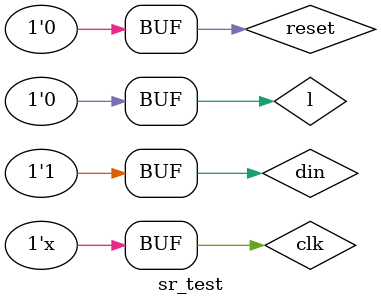
<source format=v>
`timescale 1ns / 1ps


module sr_test;

	// Inputs
	reg din;
	reg l;
	reg clk;
	reg reset;

	// Outputs
	wire dout;

	// Instantiate the Unit Under Test (UUT)
	sr uut (
		.din(din), 
		.l(l), 
		.clk(clk), 
		.reset(reset), 
		.dout(dout)
	);
	
	always begin
		 #100 clk = ~clk;
		 end

	initial begin
		// Initialize Inputs
		din = 0;
		l = 0;
		clk = 0;
		reset = 0;
		
		
		
	

		// Wait 100 ns for global reset to finish
		#100;
		din=1;
		#100
		din=0;
		#100
		din=1;
		#100
		din=0;
		#100
		din=0;
		#100
		din=0;
		#100
		din=1;
		#100
		din=0;
		#100
		din=1;
		
        
		// Add stimulus here

	end
      
endmodule


</source>
